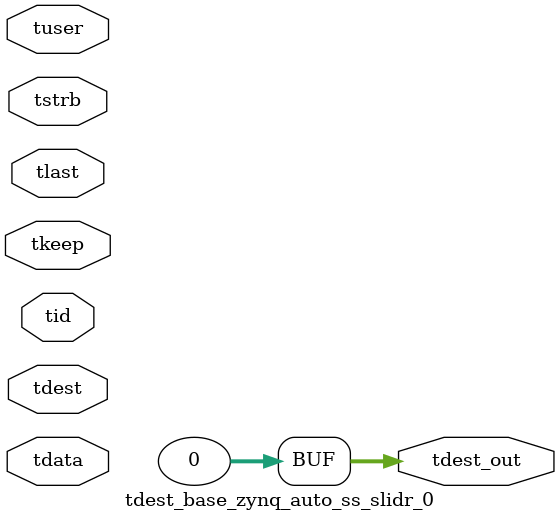
<source format=v>


`timescale 1ps/1ps

module tdest_base_zynq_auto_ss_slidr_0 #
(
parameter C_S_AXIS_TDATA_WIDTH = 32,
parameter C_S_AXIS_TUSER_WIDTH = 0,
parameter C_S_AXIS_TID_WIDTH   = 0,
parameter C_S_AXIS_TDEST_WIDTH = 0,
parameter C_M_AXIS_TDEST_WIDTH = 32
)
(
input  [(C_S_AXIS_TDATA_WIDTH == 0 ? 1 : C_S_AXIS_TDATA_WIDTH)-1:0     ] tdata,
input  [(C_S_AXIS_TUSER_WIDTH == 0 ? 1 : C_S_AXIS_TUSER_WIDTH)-1:0     ] tuser,
input  [(C_S_AXIS_TID_WIDTH   == 0 ? 1 : C_S_AXIS_TID_WIDTH)-1:0       ] tid,
input  [(C_S_AXIS_TDEST_WIDTH == 0 ? 1 : C_S_AXIS_TDEST_WIDTH)-1:0     ] tdest,
input  [(C_S_AXIS_TDATA_WIDTH/8)-1:0 ] tkeep,
input  [(C_S_AXIS_TDATA_WIDTH/8)-1:0 ] tstrb,
input                                                                    tlast,
output [C_M_AXIS_TDEST_WIDTH-1:0] tdest_out
);

assign tdest_out = {1'b0};

endmodule


</source>
